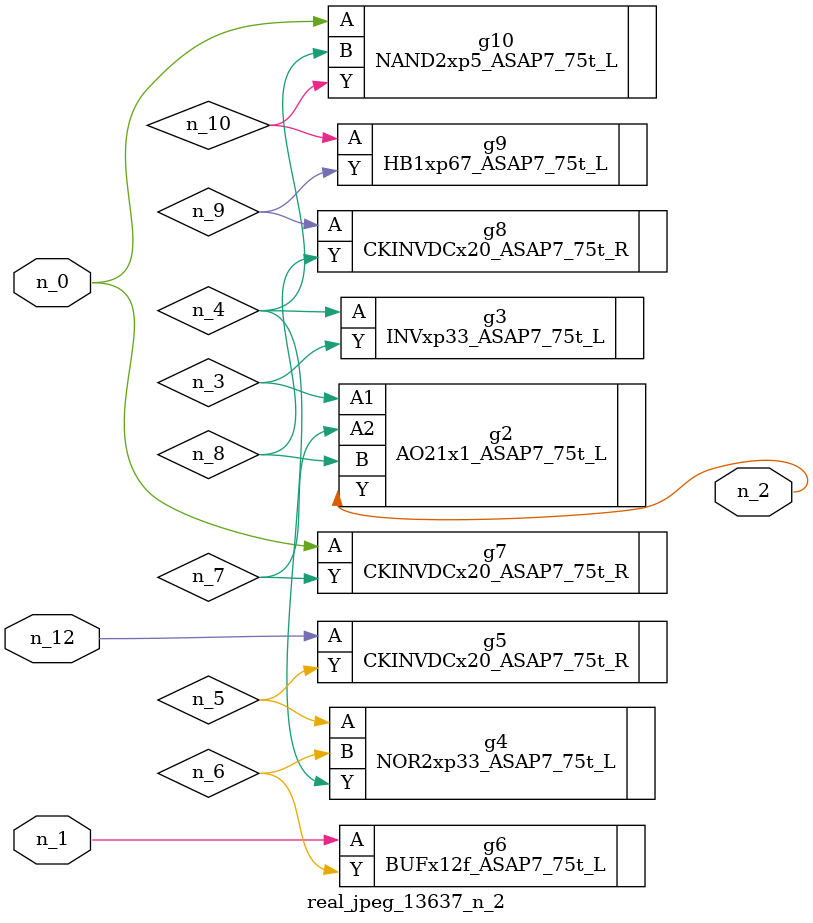
<source format=v>
module real_jpeg_13637_n_2 (n_12, n_1, n_0, n_2);

input n_12;
input n_1;
input n_0;

output n_2;

wire n_5;
wire n_4;
wire n_8;
wire n_6;
wire n_7;
wire n_3;
wire n_10;
wire n_9;

CKINVDCx20_ASAP7_75t_R g7 ( 
.A(n_0),
.Y(n_7)
);

NAND2xp5_ASAP7_75t_L g10 ( 
.A(n_0),
.B(n_4),
.Y(n_10)
);

BUFx12f_ASAP7_75t_L g6 ( 
.A(n_1),
.Y(n_6)
);

AO21x1_ASAP7_75t_L g2 ( 
.A1(n_3),
.A2(n_7),
.B(n_8),
.Y(n_2)
);

INVxp33_ASAP7_75t_L g3 ( 
.A(n_4),
.Y(n_3)
);

NOR2xp33_ASAP7_75t_L g4 ( 
.A(n_5),
.B(n_6),
.Y(n_4)
);

CKINVDCx20_ASAP7_75t_R g8 ( 
.A(n_9),
.Y(n_8)
);

HB1xp67_ASAP7_75t_L g9 ( 
.A(n_10),
.Y(n_9)
);

CKINVDCx20_ASAP7_75t_R g5 ( 
.A(n_12),
.Y(n_5)
);


endmodule
</source>
